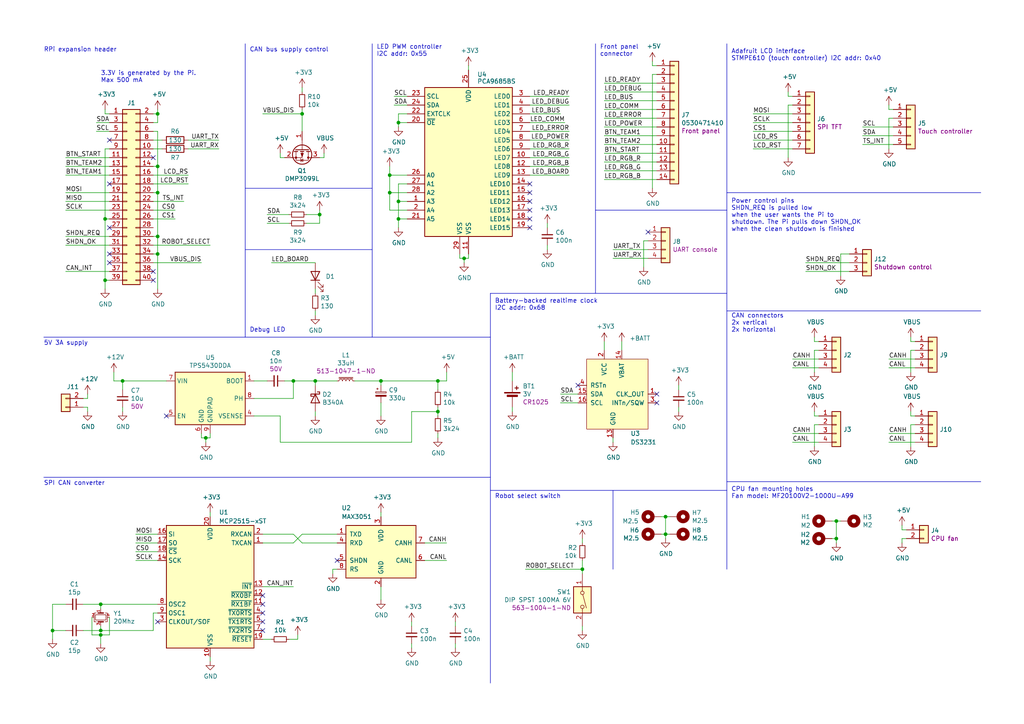
<source format=kicad_sch>
(kicad_sch (version 20230121) (generator eeschema)
  (paper "A4")
  (title_block (title "Raspberry Pi Robot Shield") (date "08 Sep 2020") (rev "RevA") (company "Club Vaudois de Robotique Autonome (cvra.ch)") (comment 1 "Git commit 154dddff4cd11414ec208159d462d67b35f2c54b") (comment 2 "Antoine Albertelli") (comment 3 "Michael Spieler") (comment 4 "CC-BY-SA"))
  (junction (at 92.71 62.23))
  (junction (at 29.21 182.88))
  (junction (at 168.91 165.1))
  (junction (at 30.48 63.5))
  (junction (at 29.21 184.15))
  (junction (at 85.09 110.49))
  (junction (at 115.57 58.42))
  (junction (at 127 110.49))
  (junction (at 134.62 74.93))
  (junction (at 91.44 110.49))
  (junction (at 29.21 175.26))
  (junction (at 242.57 151.13))
  (junction (at 45.72 48.26))
  (junction (at 115.57 63.5))
  (junction (at 193.04 154.94))
  (junction (at 30.48 81.28))
  (junction (at 87.63 33.02))
  (junction (at 15.24 182.88))
  (junction (at 45.72 68.58))
  (junction (at 45.72 73.66))
  (junction (at 35.56 110.49))
  (junction (at 45.72 33.02))
  (junction (at 113.03 55.88))
  (junction (at 242.57 156.21))
  (junction (at 45.72 55.88))
  (junction (at 110.49 110.49))
  (junction (at 115.57 35.56))
  (junction (at 113.03 50.8))
  (junction (at 193.04 149.86))
  (junction (at 127 119.38))
  (junction (at 59.69 127))
  (no_connect (at 31.75 76.2))
  (no_connect (at 153.67 63.5))
  (no_connect (at 76.2 180.34))
  (no_connect (at 76.2 172.72))
  (no_connect (at 31.75 73.66))
  (no_connect (at 190.5 114.3))
  (no_connect (at 153.67 66.04))
  (no_connect (at 31.75 40.64))
  (no_connect (at 167.64 111.76))
  (no_connect (at 190.5 116.84))
  (no_connect (at 153.67 60.96))
  (no_connect (at 76.2 182.88))
  (no_connect (at 97.79 162.56))
  (no_connect (at 44.45 78.74))
  (no_connect (at 31.75 53.34))
  (no_connect (at 44.45 81.28))
  (no_connect (at 76.2 177.8))
  (no_connect (at 44.45 45.72))
  (no_connect (at 153.67 58.42))
  (no_connect (at 187.96 67.31))
  (no_connect (at 45.72 180.34))
  (no_connect (at 153.67 55.88))
  (no_connect (at 153.67 53.34))
  (no_connect (at 76.2 175.26))
  (no_connect (at 31.75 66.04))
  (no_connect (at 48.26 120.65))
  (wire (pts (xy 165.1 45.72) (xy 153.67 45.72)))
  (wire (pts (xy 175.26 101.6) (xy 175.26 99.06)))
  (wire (pts (xy 153.67 27.94) (xy 165.1 27.94)))
  (wire (pts (xy 48.26 110.49) (xy 35.56 110.49)))
  (wire (pts (xy 119.38 119.38) (xy 127 119.38)))
  (wire (pts (xy 127 127) (xy 127 125.73)))
  (wire (pts (xy 168.91 166.37) (xy 168.91 165.1)))
  (wire (pts (xy 189.23 19.05) (xy 189.23 17.78)))
  (wire (pts (xy 264.16 120.65) (xy 264.16 119.38)))
  (wire (pts (xy 25.4 118.11) (xy 25.4 119.38)))
  (wire (pts (xy 165.1 40.64) (xy 153.67 40.64)))
  (wire (pts (xy 76.2 170.18) (xy 85.09 170.18)))
  (wire (pts (xy 175.26 44.45) (xy 190.5 44.45)))
  (wire (pts (xy 175.26 34.29) (xy 190.5 34.29)))
  (wire (pts (xy 115.57 63.5) (xy 115.57 66.04)))
  (wire (pts (xy 189.23 21.59) (xy 190.5 21.59)))
  (wire (pts (xy 196.85 119.38) (xy 196.85 118.11)))
  (wire (pts (xy 175.26 36.83) (xy 190.5 36.83)))
  (wire (pts (xy 218.44 35.56) (xy 229.87 35.56)))
  (wire (pts (xy 44.45 58.42) (xy 53.34 58.42)))
  (wire (pts (xy 229.87 40.64) (xy 218.44 40.64)))
  (wire (pts (xy 44.45 38.1) (xy 45.72 38.1)))
  (wire (pts (xy 15.24 182.88) (xy 15.24 185.42)))
  (wire (pts (xy 118.11 63.5) (xy 115.57 63.5)))
  (polyline (pts (xy 71.12 72.39) (xy 107.95 72.39)))
  (wire (pts (xy 190.5 41.91) (xy 175.26 41.91)))
  (wire (pts (xy 118.11 58.42) (xy 115.57 58.42)))
  (polyline (pts (xy 142.24 97.79) (xy 12.7 97.79)))
  (wire (pts (xy 257.81 34.29) (xy 257.81 43.18)))
  (wire (pts (xy 44.45 35.56) (xy 45.72 35.56)))
  (wire (pts (xy 45.72 35.56) (xy 45.72 33.02)))
  (wire (pts (xy 257.81 128.27) (xy 265.43 128.27)))
  (wire (pts (xy 148.59 107.95) (xy 148.59 110.49)))
  (polyline (pts (xy 142.24 85.09) (xy 142.24 198.12)))
  (wire (pts (xy 257.81 31.75) (xy 257.81 30.48)))
  (wire (pts (xy 114.3 27.94) (xy 118.11 27.94)))
  (wire (pts (xy 87.63 157.48) (xy 97.79 157.48)))
  (wire (pts (xy 196.85 111.76) (xy 196.85 113.03)))
  (wire (pts (xy 54.61 50.8) (xy 44.45 50.8)))
  (wire (pts (xy 175.26 52.07) (xy 190.5 52.07)))
  (wire (pts (xy 60.96 149.86) (xy 60.96 148.59)))
  (wire (pts (xy 97.79 165.1) (xy 96.52 165.1)))
  (wire (pts (xy 110.49 110.49) (xy 110.49 111.76)))
  (wire (pts (xy 175.26 49.53) (xy 190.5 49.53)))
  (wire (pts (xy 236.22 101.6) (xy 236.22 107.95)))
  (wire (pts (xy 127 110.49) (xy 127 113.03)))
  (wire (pts (xy 110.49 170.18) (xy 110.49 173.99)))
  (wire (pts (xy 73.66 120.65) (xy 81.28 120.65)))
  (wire (pts (xy 135.89 74.93) (xy 135.89 73.66)))
  (wire (pts (xy 123.19 157.48) (xy 129.54 157.48)))
  (wire (pts (xy 115.57 58.42) (xy 115.57 63.5)))
  (wire (pts (xy 26.67 184.15) (xy 29.21 184.15)))
  (wire (pts (xy 30.48 43.18) (xy 30.48 63.5)))
  (wire (pts (xy 158.75 72.39) (xy 158.75 71.12)))
  (wire (pts (xy 243.84 73.66) (xy 243.84 80.01)))
  (wire (pts (xy 133.35 73.66) (xy 133.35 74.93)))
  (wire (pts (xy 19.05 71.12) (xy 31.75 71.12)))
  (wire (pts (xy 228.6 45.72) (xy 228.6 30.48)))
  (wire (pts (xy 85.09 154.94) (xy 87.63 157.48)))
  (wire (pts (xy 73.66 110.49) (xy 77.47 110.49)))
  (wire (pts (xy 153.67 43.18) (xy 165.1 43.18)))
  (wire (pts (xy 187.96 69.85) (xy 186.69 69.85)))
  (wire (pts (xy 165.1 30.48) (xy 153.67 30.48)))
  (wire (pts (xy 39.37 154.94) (xy 45.72 154.94)))
  (wire (pts (xy 190.5 19.05) (xy 189.23 19.05)))
  (wire (pts (xy 92.71 64.77) (xy 92.71 62.23)))
  (wire (pts (xy 31.75 58.42) (xy 19.05 58.42)))
  (wire (pts (xy 85.09 115.57) (xy 85.09 110.49)))
  (wire (pts (xy 246.38 73.66) (xy 243.84 73.66)))
  (wire (pts (xy 87.63 154.94) (xy 85.09 157.48)))
  (wire (pts (xy 86.36 185.42) (xy 86.36 184.15)))
  (wire (pts (xy 30.48 33.02) (xy 30.48 31.75)))
  (wire (pts (xy 134.62 76.2) (xy 134.62 74.93)))
  (wire (pts (xy 31.75 33.02) (xy 30.48 33.02)))
  (wire (pts (xy 76.2 157.48) (xy 85.09 157.48)))
  (wire (pts (xy 193.04 149.86) (xy 194.31 149.86)))
  (wire (pts (xy 45.72 33.02) (xy 45.72 31.75)))
  (wire (pts (xy 264.16 123.19) (xy 265.43 123.19)))
  (wire (pts (xy 162.56 114.3) (xy 167.64 114.3)))
  (wire (pts (xy 180.34 101.6) (xy 180.34 99.06)))
  (polyline (pts (xy 177.8 142.24) (xy 177.8 165.1)))
  (wire (pts (xy 228.6 27.94) (xy 228.6 26.67)))
  (polyline (pts (xy 142.24 142.24) (xy 210.82 142.24)))
  (wire (pts (xy 44.45 55.88) (xy 45.72 55.88)))
  (wire (pts (xy 44.45 48.26) (xy 45.72 48.26)))
  (wire (pts (xy 241.3 151.13) (xy 242.57 151.13)))
  (wire (pts (xy 44.45 177.8) (xy 45.72 177.8)))
  (wire (pts (xy 30.48 81.28) (xy 30.48 83.82)))
  (polyline (pts (xy 210.82 139.7) (xy 284.48 139.7)))
  (wire (pts (xy 29.21 184.15) (xy 31.75 184.15)))
  (wire (pts (xy 76.2 154.94) (xy 85.09 154.94)))
  (wire (pts (xy 88.9 62.23) (xy 92.71 62.23)))
  (wire (pts (xy 264.16 101.6) (xy 264.16 107.95)))
  (wire (pts (xy 218.44 38.1) (xy 229.87 38.1)))
  (wire (pts (xy 97.79 154.94) (xy 87.63 154.94)))
  (wire (pts (xy 265.43 101.6) (xy 264.16 101.6)))
  (wire (pts (xy 91.44 90.17) (xy 91.44 91.44)))
  (polyline (pts (xy 142.24 138.43) (xy 12.7 138.43)))
  (wire (pts (xy 118.11 55.88) (xy 113.03 55.88)))
  (wire (pts (xy 193.04 156.21) (xy 193.04 154.94)))
  (wire (pts (xy 193.04 149.86) (xy 193.04 154.94)))
  (wire (pts (xy 44.45 76.2) (xy 58.42 76.2)))
  (wire (pts (xy 31.75 48.26) (xy 19.05 48.26)))
  (wire (pts (xy 134.62 74.93) (xy 135.89 74.93)))
  (wire (pts (xy 259.08 34.29) (xy 257.81 34.29)))
  (wire (pts (xy 127 110.49) (xy 129.54 110.49)))
  (wire (pts (xy 77.47 64.77) (xy 83.82 64.77)))
  (wire (pts (xy 31.75 81.28) (xy 30.48 81.28)))
  (wire (pts (xy 63.5 40.64) (xy 54.61 40.64)))
  (wire (pts (xy 87.63 25.4) (xy 87.63 26.67)))
  (wire (pts (xy 25.4 115.57) (xy 25.4 114.3)))
  (wire (pts (xy 58.42 127) (xy 59.69 127)))
  (wire (pts (xy 158.75 66.04) (xy 158.75 64.77)))
  (wire (pts (xy 110.49 110.49) (xy 127 110.49)))
  (wire (pts (xy 27.94 38.1) (xy 31.75 38.1)))
  (wire (pts (xy 60.96 191.77) (xy 60.96 190.5)))
  (wire (pts (xy 242.57 156.21) (xy 242.57 151.13)))
  (wire (pts (xy 242.57 157.48) (xy 242.57 156.21)))
  (wire (pts (xy 15.24 175.26) (xy 19.05 175.26)))
  (wire (pts (xy 152.4 165.1) (xy 168.91 165.1)))
  (wire (pts (xy 88.9 64.77) (xy 92.71 64.77)))
  (wire (pts (xy 81.28 45.72) (xy 81.28 44.45)))
  (wire (pts (xy 19.05 60.96) (xy 31.75 60.96)))
  (wire (pts (xy 189.23 54.61) (xy 189.23 21.59)))
  (wire (pts (xy 175.26 29.21) (xy 190.5 29.21)))
  (wire (pts (xy 218.44 33.02) (xy 229.87 33.02)))
  (wire (pts (xy 35.56 110.49) (xy 35.56 113.03)))
  (wire (pts (xy 77.47 62.23) (xy 83.82 62.23)))
  (polyline (pts (xy 210.82 90.17) (xy 284.48 90.17)))
  (wire (pts (xy 83.82 185.42) (xy 86.36 185.42)))
  (wire (pts (xy 91.44 83.82) (xy 91.44 85.09)))
  (wire (pts (xy 85.09 110.49) (xy 91.44 110.49)))
  (wire (pts (xy 153.67 33.02) (xy 162.56 33.02)))
  (wire (pts (xy 45.72 157.48) (xy 39.37 157.48)))
  (wire (pts (xy 45.72 73.66) (xy 45.72 83.82)))
  (wire (pts (xy 24.13 175.26) (xy 29.21 175.26)))
  (wire (pts (xy 58.42 125.73) (xy 58.42 127)))
  (wire (pts (xy 265.43 106.68) (xy 257.81 106.68)))
  (wire (pts (xy 257.81 125.73) (xy 265.43 125.73)))
  (wire (pts (xy 119.38 186.69) (xy 119.38 187.96)))
  (wire (pts (xy 76.2 33.02) (xy 87.63 33.02)))
  (wire (pts (xy 148.59 119.38) (xy 148.59 118.11)))
  (wire (pts (xy 233.68 78.74) (xy 246.38 78.74)))
  (wire (pts (xy 236.22 123.19) (xy 237.49 123.19)))
  (wire (pts (xy 85.09 110.49) (xy 82.55 110.49)))
  (wire (pts (xy 27.94 35.56) (xy 31.75 35.56)))
  (wire (pts (xy 175.26 24.13) (xy 190.5 24.13)))
  (wire (pts (xy 24.13 182.88) (xy 29.21 182.88)))
  (wire (pts (xy 168.91 181.61) (xy 168.91 182.88)))
  (wire (pts (xy 31.75 43.18) (xy 30.48 43.18)))
  (wire (pts (xy 110.49 149.86) (xy 110.49 148.59)))
  (wire (pts (xy 19.05 50.8) (xy 31.75 50.8)))
  (wire (pts (xy 45.72 48.26) (xy 45.72 55.88)))
  (wire (pts (xy 261.62 153.67) (xy 261.62 152.4)))
  (wire (pts (xy 82.55 45.72) (xy 81.28 45.72)))
  (wire (pts (xy 153.67 48.26) (xy 165.1 48.26)))
  (wire (pts (xy 193.04 154.94) (xy 191.77 154.94)))
  (wire (pts (xy 15.24 182.88) (xy 15.24 175.26)))
  (wire (pts (xy 118.11 35.56) (xy 115.57 35.56)))
  (polyline (pts (xy 71.12 54.61) (xy 107.95 54.61)))
  (wire (pts (xy 24.13 118.11) (xy 25.4 118.11)))
  (wire (pts (xy 133.35 74.93) (xy 134.62 74.93)))
  (wire (pts (xy 237.49 99.06) (xy 236.22 99.06)))
  (wire (pts (xy 177.8 72.39) (xy 187.96 72.39)))
  (wire (pts (xy 250.19 41.91) (xy 259.08 41.91)))
  (wire (pts (xy 257.81 104.14) (xy 265.43 104.14)))
  (wire (pts (xy 127 119.38) (xy 127 120.65)))
  (wire (pts (xy 44.45 33.02) (xy 45.72 33.02)))
  (wire (pts (xy 33.02 107.95) (xy 33.02 110.49)))
  (wire (pts (xy 45.72 38.1) (xy 45.72 48.26)))
  (wire (pts (xy 29.21 181.61) (xy 29.21 182.88)))
  (wire (pts (xy 91.44 111.76) (xy 91.44 110.49)))
  (wire (pts (xy 237.49 101.6) (xy 236.22 101.6)))
  (wire (pts (xy 31.75 68.58) (xy 19.05 68.58)))
  (wire (pts (xy 175.26 26.67) (xy 190.5 26.67)))
  (wire (pts (xy 39.37 160.02) (xy 45.72 160.02)))
  (wire (pts (xy 153.67 38.1) (xy 165.1 38.1)))
  (wire (pts (xy 19.05 45.72) (xy 31.75 45.72)))
  (wire (pts (xy 76.2 185.42) (xy 78.74 185.42)))
  (wire (pts (xy 44.45 60.96) (xy 50.8 60.96)))
  (wire (pts (xy 259.08 31.75) (xy 257.81 31.75)))
  (wire (pts (xy 229.87 104.14) (xy 237.49 104.14)))
  (wire (pts (xy 96.52 165.1) (xy 96.52 166.37)))
  (wire (pts (xy 191.77 149.86) (xy 193.04 149.86)))
  (wire (pts (xy 59.69 128.27) (xy 59.69 127)))
  (wire (pts (xy 31.75 184.15) (xy 31.75 179.07)))
  (wire (pts (xy 118.11 60.96) (xy 113.03 60.96)))
  (wire (pts (xy 218.44 43.18) (xy 229.87 43.18)))
  (polyline (pts (xy 71.12 97.79) (xy 71.12 12.7)))
  (wire (pts (xy 44.45 182.88) (xy 44.45 177.8)))
  (wire (pts (xy 229.87 27.94) (xy 228.6 27.94)))
  (wire (pts (xy 29.21 175.26) (xy 45.72 175.26)))
  (wire (pts (xy 44.45 73.66) (xy 45.72 73.66)))
  (wire (pts (xy 261.62 156.21) (xy 261.62 157.48)))
  (wire (pts (xy 194.31 154.94) (xy 193.04 154.94)))
  (wire (pts (xy 186.69 69.85) (xy 186.69 77.47)))
  (wire (pts (xy 93.98 45.72) (xy 93.98 44.45)))
  (wire (pts (xy 30.48 63.5) (xy 30.48 81.28)))
  (wire (pts (xy 78.74 76.2) (xy 91.44 76.2)))
  (wire (pts (xy 44.45 43.18) (xy 46.99 43.18)))
  (wire (pts (xy 54.61 43.18) (xy 63.5 43.18)))
  (wire (pts (xy 233.68 76.2) (xy 246.38 76.2)))
  (wire (pts (xy 87.63 33.02) (xy 87.63 38.1)))
  (polyline (pts (xy 210.82 85.09) (xy 142.24 85.09)))
  (wire (pts (xy 168.91 157.48) (xy 168.91 156.21)))
  (wire (pts (xy 81.28 120.65) (xy 81.28 128.27)))
  (wire (pts (xy 60.96 71.12) (xy 44.45 71.12)))
  (wire (pts (xy 73.66 115.57) (xy 85.09 115.57)))
  (wire (pts (xy 264.16 99.06) (xy 264.16 97.79)))
  (wire (pts (xy 92.71 45.72) (xy 93.98 45.72)))
  (wire (pts (xy 135.89 19.05) (xy 135.89 20.32)))
  (wire (pts (xy 163.83 35.56) (xy 153.67 35.56)))
  (wire (pts (xy 265.43 120.65) (xy 264.16 120.65)))
  (wire (pts (xy 33.02 110.49) (xy 35.56 110.49)))
  (wire (pts (xy 31.75 63.5) (xy 30.48 63.5)))
  (wire (pts (xy 19.05 55.88) (xy 31.75 55.88)))
  (wire (pts (xy 44.45 68.58) (xy 45.72 68.58)))
  (wire (pts (xy 115.57 33.02) (xy 115.57 35.56)))
  (wire (pts (xy 175.26 46.99) (xy 190.5 46.99)))
  (wire (pts (xy 113.03 60.96) (xy 113.03 55.88)))
  (wire (pts (xy 132.08 180.34) (xy 132.08 181.61)))
  (wire (pts (xy 153.67 50.8) (xy 165.1 50.8)))
  (wire (pts (xy 19.05 182.88) (xy 15.24 182.88)))
  (wire (pts (xy 132.08 186.69) (xy 132.08 187.96)))
  (polyline (pts (xy 172.72 12.7) (xy 172.72 85.09)))
  (wire (pts (xy 35.56 118.11) (xy 35.56 119.38)))
  (wire (pts (xy 123.19 162.56) (xy 129.54 162.56)))
  (wire (pts (xy 118.11 33.02) (xy 115.57 33.02)))
  (wire (pts (xy 177.8 127) (xy 177.8 128.27)))
  (wire (pts (xy 264.16 123.19) (xy 264.16 129.54)))
  (wire (pts (xy 26.67 179.07) (xy 26.67 184.15)))
  (wire (pts (xy 29.21 182.88) (xy 44.45 182.88)))
  (wire (pts (xy 119.38 180.34) (xy 119.38 181.61)))
  (wire (pts (xy 229.87 128.27) (xy 237.49 128.27)))
  (wire (pts (xy 250.19 36.83) (xy 259.08 36.83)))
  (wire (pts (xy 187.96 74.93) (xy 177.8 74.93)))
  (polyline (pts (xy 210.82 12.7) (xy 210.82 165.1)))
  (wire (pts (xy 19.05 78.74) (xy 31.75 78.74)))
  (wire (pts (xy 92.71 62.23) (xy 92.71 60.96)))
  (wire (pts (xy 118.11 50.8) (xy 113.03 50.8)))
  (wire (pts (xy 237.49 120.65) (xy 236.22 120.65)))
  (wire (pts (xy 39.37 162.56) (xy 45.72 162.56)))
  (wire (pts (xy 229.87 125.73) (xy 237.49 125.73)))
  (wire (pts (xy 29.21 176.53) (xy 29.21 175.26)))
  (wire (pts (xy 168.91 165.1) (xy 168.91 162.56)))
  (polyline (pts (xy 107.95 12.7) (xy 107.95 97.79)))
  (polyline (pts (xy 210.82 55.88) (xy 284.48 55.88)))
  (wire (pts (xy 242.57 151.13) (xy 243.84 151.13)))
  (wire (pts (xy 44.45 53.34) (xy 54.61 53.34)))
  (wire (pts (xy 114.3 30.48) (xy 118.11 30.48)))
  (wire (pts (xy 113.03 50.8) (xy 113.03 48.26)))
  (wire (pts (xy 265.43 99.06) (xy 264.16 99.06)))
  (wire (pts (xy 162.56 116.84) (xy 167.64 116.84)))
  (wire (pts (xy 236.22 99.06) (xy 236.22 97.79)))
  (wire (pts (xy 262.89 153.67) (xy 261.62 153.67)))
  (wire (pts (xy 115.57 53.34) (xy 115.57 58.42)))
  (wire (pts (xy 129.54 110.49) (xy 129.54 107.95)))
  (wire (pts (xy 59.69 127) (xy 60.96 127)))
  (wire (pts (xy 113.03 55.88) (xy 113.03 50.8)))
  (wire (pts (xy 262.89 156.21) (xy 261.62 156.21)))
  (wire (pts (xy 91.44 110.49) (xy 97.79 110.49)))
  (wire (pts (xy 45.72 68.58) (xy 45.72 73.66)))
  (wire (pts (xy 102.87 110.49) (xy 110.49 110.49)))
  (wire (pts (xy 24.13 115.57) (xy 25.4 115.57)))
  (wire (pts (xy 60.96 125.73) (xy 60.96 127)))
  (wire (pts (xy 241.3 156.21) (xy 242.57 156.21)))
  (wire (pts (xy 236.22 120.65) (xy 236.22 119.38)))
  (wire (pts (xy 175.26 39.37) (xy 190.5 39.37)))
  (wire (pts (xy 175.26 31.75) (xy 190.5 31.75)))
  (wire (pts (xy 44.45 40.64) (xy 46.99 40.64)))
  (wire (pts (xy 127 118.11) (xy 127 119.38)))
  (wire (pts (xy 236.22 123.19) (xy 236.22 129.54)))
  (wire (pts (xy 237.49 106.68) (xy 229.87 106.68)))
  (wire (pts (xy 81.28 128.27) (xy 119.38 128.27)))
  (wire (pts (xy 110.49 116.84) (xy 110.49 120.65)))
  (wire (pts (xy 259.08 39.37) (xy 250.19 39.37)))
  (wire (pts (xy 91.44 119.38) (xy 91.44 120.65)))
  (wire (pts (xy 119.38 128.27) (xy 119.38 119.38)))
  (wire (pts (xy 45.72 55.88) (xy 45.72 68.58)))
  (wire (pts (xy 87.63 33.02) (xy 87.63 31.75)))
  (wire (pts (xy 29.21 184.15) (xy 29.21 186.69)))
  (wire (pts (xy 50.8 63.5) (xy 44.45 63.5)))
  (wire (pts (xy 115.57 35.56) (xy 115.57 36.83)))
  (wire (pts (xy 228.6 30.48) (xy 229.87 30.48)))
  (polyline (pts (xy 210.82 60.96) (xy 172.72 60.96)))
  (wire (pts (xy 118.11 53.34) (xy 115.57 53.34)))
  (text "Robot select switch" (at 143.51 144.78 0) (effects (font (size 1.27 1.27)) (justify left bottom)))
  (text "CPU fan mounting holes\nFan model: MF20100V2-1000U-A99" (at 212.09 144.78 0) (effects (font (size 1.27 1.27)) (justify left bottom)))
  (text "CAN bus supply control\n" (at 72.39 15.24 0) (effects (font (size 1.27 1.27)) (justify left bottom)))
  (text "Battery-backed realtime clock\nI2C addr: 0x68\n" (at 143.51 90.17 0) (effects (font (size 1.27 1.27)) (justify left bottom)))
  (text "CAN connectors\n2x vertical\n2x horizontal" (at 212.09 96.52 0) (effects (font (size 1.27 1.27)) (justify left bottom)))
  (text "Power control pins\nSHDN_REQ is pulled low\nwhen the user wants the Pi to\nshutdown. The Pi pulls down SHDN_OK\nwhen the clean shutdown is finished" (at 212.09 67.31 0) (effects (font (size 1.27 1.27)) (justify left bottom)))
  (text "5V 3A supply" (at 12.7 100.33 0) (effects (font (size 1.27 1.27)) (justify left bottom)))
  (text "Adafruit LCD interface\nSTMPE610 (touch controller) I2C addr: 0x40" (at 212.09 17.78 0) (effects (font (size 1.27 1.27)) (justify left bottom)))
  (text "Front panel\nconnector\n" (at 173.99 16.51 0) (effects (font (size 1.27 1.27)) (justify left bottom)))
  (text "Debug LED\n" (at 72.39 96.52 0) (effects (font (size 1.27 1.27)) (justify left bottom)))
  (text "LED PWM controller\nI2C addr: 0x55" (at 109.22 16.51 0) (effects (font (size 1.27 1.27)) (justify left bottom)))
  (text "3.3V is generated by the Pi.\nMax 500 mA" (at 29.21 24.13 0) (effects (font (size 1.27 1.27)) (justify left bottom)))
  (text "RPi expansion header" (at 12.7 15.24 0) (effects (font (size 1.27 1.27)) (justify left bottom)))
  (text "SPI CAN converter" (at 12.7 140.97 0) (effects (font (size 1.27 1.27)) (justify left bottom)))
  (label "SCLK" (at 218.44 35.56 0))
  (label "LED_COMM" (at 175.26 31.75 0))
  (label "SDA" (at 162.56 114.3 0))
  (label "CANL" (at 257.81 106.68 0))
  (label "TS_INT" (at 250.19 41.91 0))
  (label "SHDN_REQ" (at 19.05 68.58 0))
  (label "VBUS_DIS" (at 58.42 76.2 180))
  (label "CS1" (at 218.44 38.1 0))
  (label "UART_RX" (at 177.8 74.93 0))
  (label "LED_ERROR" (at 165.1 38.1 180))
  (label "CS1" (at 50.8 63.5 180))
  (label "CS0" (at 39.37 160.02 0))
  (label "LED_RGB_B" (at 175.26 52.07 0))
  (label "SHDN_OK" (at 19.05 71.12 0))
  (label "LED_BOARD" (at 165.1 50.8 180))
  (label "LED_RGB_R" (at 175.26 46.99 0))
  (label "LED_BOARD" (at 78.74 76.2 0))
  (label "BTN_TEAM2" (at 19.05 48.26 0))
  (label "UART_RX" (at 63.5 43.18 180))
  (label "CS0" (at 50.8 60.96 180))
  (label "LED_READY" (at 165.1 27.94 180))
  (label "LED_RGB_G" (at 175.26 49.53 0))
  (label "VBUS_DIS" (at 76.2 33.02 0))
  (label "MISO" (at 19.05 58.42 0))
  (label "LED_DEBUG" (at 175.26 26.67 0))
  (label "BTN_START" (at 19.05 45.72 0))
  (label "LED_COMM" (at 163.83 35.56 180))
  (label "SDA" (at 27.94 35.56 0))
  (label "SCL" (at 77.47 64.77 0))
  (label "CANH" (at 229.87 104.14 0))
  (label "LED_POWER" (at 165.1 40.64 180))
  (label "CANH" (at 257.81 104.14 0))
  (label "MOSI" (at 39.37 154.94 0))
  (label "LED_ERROR" (at 175.26 34.29 0))
  (label "LED_RGB_B" (at 165.1 48.26 180))
  (label "CANH" (at 129.54 157.48 180))
  (label "LCD_RS" (at 54.61 50.8 180))
  (label "LED_DEBUG" (at 165.1 30.48 180))
  (label "MOSI" (at 218.44 33.02 0))
  (label "SCL" (at 114.3 27.94 0))
  (label "CANH" (at 229.87 125.73 0))
  (label "LED_READY" (at 175.26 24.13 0))
  (label "UART_TX" (at 177.8 72.39 0))
  (label "SCL" (at 250.19 36.83 0))
  (label "LED_RGB_R" (at 165.1 43.18 180))
  (label "SDA" (at 77.47 62.23 0))
  (label "TS_INT" (at 53.34 58.42 180))
  (label "CANL" (at 229.87 106.68 0))
  (label "LED_BUS" (at 162.56 33.02 180))
  (label "BTN_TEAM1" (at 19.05 50.8 0))
  (label "CANH" (at 257.81 125.73 0))
  (label "BTN_TEAM1" (at 175.26 39.37 0))
  (label "SHDN_OK" (at 233.68 78.74 0))
  (label "SCL" (at 27.94 38.1 0))
  (label "LCD_RST" (at 218.44 43.18 0))
  (label "CANL" (at 229.87 128.27 0))
  (label "SCLK" (at 19.05 60.96 0))
  (label "MISO" (at 39.37 157.48 0))
  (label "ROBOT_SELECT" (at 60.96 71.12 180))
  (label "LED_RGB_G" (at 165.1 45.72 180))
  (label "BTN_TEAM2" (at 175.26 41.91 0))
  (label "SDA" (at 250.19 39.37 0))
  (label "ROBOT_SELECT" (at 152.4 165.1 0))
  (label "CANL" (at 129.54 162.56 180))
  (label "CAN_INT" (at 19.05 78.74 0))
  (label "MOSI" (at 19.05 55.88 0))
  (label "SHDN_REQ" (at 233.68 76.2 0))
  (label "CANL" (at 257.81 128.27 0))
  (label "LCD_RS" (at 218.44 40.64 0))
  (label "LED_POWER" (at 175.26 36.83 0))
  (label "SDA" (at 114.3 30.48 0))
  (label "UART_TX" (at 63.5 40.64 180))
  (label "LCD_RST" (at 54.61 53.34 180))
  (label "SCLK" (at 39.37 162.56 0))
  (label "CAN_INT" (at 85.09 170.18 180))
  (label "SCL" (at 162.56 116.84 0))
  (label "BTN_START" (at 175.26 44.45 0))
  (label "LED_BUS" (at 175.26 29.21 0))
  (symbol (lib_id "Connector_Generic:Conn_02x20_Odd_Even") (at 36.83 55.88 0) (unit 1)
    (property "Reference" "J1" (at 38.1 29.845 0))
    (property "Value" "Conn_02x20_Odd_Even" (effects hide))
    (property "Footprint" "Connector_PinSocket_2.54mm:PinSocket_2x20_P2.54mm_Vertical" (effects hide))
    (property "digikey#" "1568-1462-ND" (effects hide))
  )
  (symbol (lib_id "power:+5V") (at 45.72 31.75 0) (unit 1)
    (property "Reference" "#PWR03" (effects hide))
    (property "Value" "+5V" (at 46.101 27.3558 0))
  )
  (symbol (lib_id "Interface_CAN_LIN:MCP2515-xST") (at 60.96 170.18 0) (unit 1)
    (property "Reference" "U1" (at 63.5 148.59 0) (effects (justify left)))
    (property "Value" "MCP2515-xST" (at 63.5 151.13 0) (effects (justify left)))
    (property "Footprint" "Package_SO:TSSOP-20_4.4x6.5mm_P0.65mm" (effects hide))
    (property "Datasheet" "http://ww1.microchip.com/downloads/en/DeviceDoc/21801e.pdf" (effects hide))
    (property "digikey#" "MCP2515T-I/STCT-ND" (effects hide))
  )
  (symbol (lib_id "Device:C_Small") (at 21.59 175.26 270) (unit 1)
    (property "Reference" "C1" (at 21.59 169.4434 90))
    (property "Value" "15p" (at 21.59 171.7548 90))
    (property "Footprint" "Capacitor_SMD:C_0805_2012Metric_Pad1.15x1.40mm_HandSolder" (effects hide))
    (property "digikey#" "399-17621-1-ND" (effects hide))
  )
  (symbol (lib_id "Device:C_Small") (at 21.59 182.88 270) (unit 1)
    (property "Reference" "C2" (at 21.59 186.3598 90))
    (property "Value" "15p" (at 21.59 188.6712 90))
    (property "Footprint" "Capacitor_SMD:C_0805_2012Metric_Pad1.15x1.40mm_HandSolder" (effects hide))
  )
  (symbol (lib_id "power:GND") (at 15.24 185.42 0) (unit 1)
    (property "Reference" "#PWR01" (effects hide))
    (property "Value" "GND" (at 15.367 189.8142 0))
  )
  (symbol (lib_id "Device:R_Small") (at 81.28 185.42 270) (unit 1)
    (property "Reference" "R1" (at 81.28 180.4416 90))
    (property "Value" "10k" (at 81.28 182.753 90))
    (property "Footprint" "Resistor_SMD:R_0603_1608Metric" (effects hide))
  )
  (symbol (lib_id "power:+3V3") (at 86.36 184.15 0) (unit 1)
    (property "Reference" "#PWR07" (effects hide))
    (property "Value" "+3V3" (at 86.741 179.7558 0))
  )
  (symbol (lib_id "Interface_UART:MAX3051") (at 110.49 160.02 0) (unit 1)
    (property "Reference" "U2" (at 99.06 147.32 0) (effects (justify left)))
    (property "Value" "MAX3051" (at 99.06 149.86 0) (effects (justify left)))
    (property "Footprint" "Package_TO_SOT_SMD:SOT-23-8_Handsoldering" (effects hide))
    (property "Datasheet" "http://datasheets.maximintegrated.com/en/ds/MAX3051.pdf" (effects hide))
    (property "digikey#" "MAX3051EKA+TCT-ND" (effects hide))
  )
  (symbol (lib_id "power:GND") (at 110.49 173.99 0) (unit 1)
    (property "Reference" "#PWR012" (effects hide))
    (property "Value" "GND" (at 110.617 178.3842 0))
  )
  (symbol (lib_id "power:+3V3") (at 110.49 148.59 0) (unit 1)
    (property "Reference" "#PWR011" (effects hide))
    (property "Value" "+3V3" (at 110.871 144.1958 0))
  )
  (symbol (lib_id "Connector_Generic:Conn_01x04") (at 242.57 101.6 0) (unit 1)
    (property "Reference" "J2" (at 244.602 102.9716 0) (effects (justify left)))
    (property "Value" "Conn_01x04" (effects hide))
    (property "Footprint" "Connector_Molex:Molex_PicoBlade_53398-0471_1x04-1MP_P1.25mm_Vertical" (effects hide))
    (property "digikey#" "WM7608CT-ND" (effects hide))
  )
  (symbol (lib_id "power:+3V3") (at 60.96 148.59 0) (unit 1)
    (property "Reference" "#PWR05" (effects hide))
    (property "Value" "+3V3" (at 61.341 144.1958 0))
  )
  (symbol (lib_id "power:GND") (at 60.96 191.77 0) (unit 1)
    (property "Reference" "#PWR06" (effects hide))
    (property "Value" "GND" (at 61.087 196.1642 0))
  )
  (symbol (lib_id "Device:C_Small") (at 132.08 184.15 0) (unit 1)
    (property "Reference" "C4" (at 134.4168 182.9816 0) (effects (justify left)))
    (property "Value" "100n" (at 134.4168 185.293 0) (effects (justify left)))
    (property "Footprint" "Capacitor_SMD:C_0805_2012Metric_Pad1.15x1.40mm_HandSolder" (effects hide))
  )
  (symbol (lib_id "power:+3V3") (at 132.08 180.34 0) (unit 1)
    (property "Reference" "#PWR013" (effects hide))
    (property "Value" "+3V3" (at 132.461 175.9458 0))
  )
  (symbol (lib_id "power:GND") (at 132.08 187.96 0) (unit 1)
    (property "Reference" "#PWR014" (effects hide))
    (property "Value" "GND" (at 132.207 192.3542 0))
  )
  (symbol (lib_id "Device:C_Small") (at 119.38 184.15 0) (unit 1)
    (property "Reference" "C3" (at 121.7168 182.9816 0) (effects (justify left)))
    (property "Value" "100n" (at 121.7168 185.293 0) (effects (justify left)))
    (property "Footprint" "Capacitor_SMD:C_0805_2012Metric_Pad1.15x1.40mm_HandSolder" (effects hide))
    (property "digikey#" "399-1169-1-ND" (effects hide))
  )
  (symbol (lib_id "power:+3V3") (at 119.38 180.34 0) (unit 1)
    (property "Reference" "#PWR09" (effects hide))
    (property "Value" "+3V3" (at 119.761 175.9458 0))
  )
  (symbol (lib_id "power:GND") (at 119.38 187.96 0) (unit 1)
    (property "Reference" "#PWR010" (effects hide))
    (property "Value" "GND" (at 119.507 192.3542 0))
  )
  (symbol (lib_id "Connector_Generic:Conn_01x14") (at 195.58 34.29 0) (unit 1)
    (property "Reference" "J7" (at 197.612 33.3502 0) (effects (justify left)))
    (property "Value" "0530471410" (at 197.612 35.6616 0) (effects (justify left)))
    (property "Footprint" "Connector_Molex:Molex_PicoBlade_53048-1410_1x14_P1.25mm_Horizontal" (effects hide))
    (property "descr" "Front panel" (at 197.612 37.973 0) (effects (justify left)))
    (property "digikey#" "WM17004-ND" (effects hide))
  )
  (symbol (lib_id "power:+5V") (at 189.23 17.78 0) (unit 1)
    (property "Reference" "#PWR044" (effects hide))
    (property "Value" "+5V" (at 189.611 13.3858 0))
  )
  (symbol (lib_id "power:GND") (at 189.23 54.61 0) (unit 1)
    (property "Reference" "#PWR045" (effects hide))
    (property "Value" "GND" (at 189.357 59.0042 0))
  )
  (symbol (lib_id "Connector_Generic:Conn_01x04") (at 242.57 123.19 0) (unit 1)
    (property "Reference" "J3" (at 244.602 124.5616 0) (effects (justify left)))
    (property "Value" "Conn_01x04" (effects hide))
    (property "Footprint" "Connector_Molex:Molex_PicoBlade_53398-0471_1x04-1MP_P1.25mm_Vertical" (effects hide))
  )
  (symbol (lib_id "power:GND") (at 236.22 129.54 0) (unit 1)
    (property "Reference" "#PWR019" (effects hide))
    (property "Value" "GND" (at 236.347 133.9342 0))
  )
  (symbol (lib_id "Driver_LED:PCA9685BS") (at 135.89 45.72 0) (unit 1)
    (property "Reference" "U4" (at 138.43 21.59 0) (effects (justify left)))
    (property "Value" "PCA9685BS" (at 138.43 22.86 0) (effects (justify left top)))
    (property "Footprint" "Package_DFN_QFN:QFN-28-1EP_6x6mm_P0.65mm_EP4.25x4.25mm" (effects hide))
    (property "Datasheet" "http://www.nxp.com/documents/data_sheet/PCA9685.pdf" (effects hide))
    (property "digikey#" "568-5305-1-ND" (effects hide))
  )
  (symbol (lib_id "power:GND") (at 134.62 76.2 0) (unit 1)
    (property "Reference" "#PWR026" (effects hide))
    (property "Value" "GND" (at 134.747 80.5942 0))
  )
  (symbol (lib_id "power:GND") (at 115.57 36.83 0) (unit 1)
    (property "Reference" "#PWR021" (effects hide))
    (property "Value" "GND" (at 115.697 41.2242 0))
  )
  (symbol (lib_id "pi-shield-rescue:+3.3V-power") (at 135.89 19.05 0) (unit 1)
    (property "Reference" "#PWR027" (effects hide))
    (property "Value" "+3.3V" (at 136.271 14.6558 0))
  )
  (symbol (lib_id "pi-shield-rescue:+3.3V-power") (at 158.75 64.77 0) (unit 1)
    (property "Reference" "#PWR036" (effects hide))
    (property "Value" "+3.3V" (at 159.131 60.3758 0))
  )
  (symbol (lib_id "Device:C_Small") (at 158.75 68.58 0) (unit 1)
    (property "Reference" "C6" (at 161.0868 67.4116 0) (effects (justify left)))
    (property "Value" "100n" (at 161.0868 69.723 0) (effects (justify left)))
    (property "Footprint" "Capacitor_SMD:C_0805_2012Metric_Pad1.15x1.40mm_HandSolder" (effects hide))
  )
  (symbol (lib_id "power:GND") (at 158.75 72.39 0) (unit 1)
    (property "Reference" "#PWR037" (effects hide))
    (property "Value" "GND" (at 158.877 76.7842 0))
  )
  (symbol (lib_id "Regulator_Switching:TPS5430DDA") (at 60.96 115.57 0) (unit 1)
    (property "Reference" "U5" (at 60.96 103.7082 0))
    (property "Value" "TPS5430DDA" (at 60.96 106.0196 0))
    (property "Footprint" "Package_SO:TI_SO-PowerPAD-8_ThermalVias" (effects hide))
    (property "Datasheet" "http://www.ti.com/lit/ds/symlink/tps5430.pdf" (effects hide))
    (property "digikey#" "296-35990-1-ND" (effects hide))
  )
  (symbol (lib_id "power:GND") (at 115.57 66.04 0) (unit 1)
    (property "Reference" "#PWR022" (effects hide))
    (property "Value" "GND" (at 115.697 70.4342 0))
  )
  (symbol (lib_id "pi-shield-rescue:+3.3V-power") (at 113.03 48.26 0) (unit 1)
    (property "Reference" "#PWR020" (effects hide))
    (property "Value" "+3.3V" (at 113.411 43.8658 0))
  )
  (symbol (lib_id "Device:Crystal_GND24_Small") (at 29.21 179.07 270) (unit 1)
    (property "Reference" "Y1" (at 32.8676 177.9016 90) (effects (justify left)))
    (property "Value" "20Mhz" (at 32.8676 180.213 90) (effects (justify left)))
    (property "Footprint" "Crystal:Crystal_SMD_Abracon_ABM3C-4Pin_5.0x3.2mm" (effects hide))
    (property "digikey#" "535-11292-1-ND" (effects hide))
  )
  (symbol (lib_id "Device:C_Small") (at 35.56 115.57 0) (unit 1)
    (property "Reference" "C7" (at 37.8968 113.2586 0) (effects (justify left)))
    (property "Value" "10u" (at 37.8968 115.57 0) (effects (justify left)))
    (property "Footprint" "Capacitor_SMD:C_2220_5650Metric_Pad1.97x5.40mm_HandSolder" (effects hide))
    (property "voltage" "50V" (at 37.8968 117.8814 0) (effects (justify left)))
    (property "digikey#" "445-3492-1-ND" (effects hide))
  )
  (symbol (lib_id "power:GND") (at 29.21 186.69 0) (unit 1)
    (property "Reference" "#PWR017" (effects hide))
    (property "Value" "GND" (at 29.337 191.0842 0))
  )
  (symbol (lib_id "Connector_Generic:Conn_01x02") (at 19.05 118.11 180) (unit 1)
    (property "Reference" "J11" (at 21.1328 112.1918 0))
    (property "Value" "0530470210" (effects hide))
    (property "Footprint" "Connector_Molex:Molex_PicoBlade_53398-0271_1x02-1MP_P1.25mm_Vertical" (effects hide))
    (property "digikey#" "WM7606CT-ND" (effects hide))
  )
  (symbol (lib_id "power:GND") (at 35.56 119.38 0) (unit 1)
    (property "Reference" "#PWR0102" (effects hide))
    (property "Value" "GND" (at 35.687 123.7742 0))
  )
  (symbol (lib_id "Mechanical:MountingHole_Pad") (at 189.23 149.86 90) (unit 1)
    (property "Reference" "H5" (at 184.15 148.59 90))
    (property "Value" "M2.5" (at 182.88 151.13 90))
    (property "Footprint" "MountingHole:MountingHole_2.7mm_M2.5_Pad_Via" (effects hide))
  )
  (symbol (lib_id "Mechanical:MountingHole_Pad") (at 189.23 154.94 90) (unit 1)
    (property "Reference" "H6" (at 185.42 153.7716 90) (effects (justify left)))
    (property "Value" "M2.5" (at 185.42 156.083 90) (effects (justify left)))
    (property "Footprint" "MountingHole:MountingHole_2.7mm_M2.5_Pad_Via" (effects hide))
  )
  (symbol (lib_id "Mechanical:MountingHole_Pad") (at 196.85 149.86 270) (unit 1)
    (property "Reference" "H7" (at 200.66 148.6916 90) (effects (justify left)))
    (property "Value" "M2.5" (at 200.66 151.003 90) (effects (justify left)))
    (property "Footprint" "MountingHole:MountingHole_2.7mm_M2.5_Pad_Via" (effects hide))
  )
  (symbol (lib_id "Mechanical:MountingHole_Pad") (at 196.85 154.94 270) (unit 1)
    (property "Reference" "H8" (at 200.66 153.7716 90) (effects (justify left)))
    (property "Value" "M2.5" (at 200.66 156.083 90) (effects (justify left)))
    (property "Footprint" "MountingHole:MountingHole_2.7mm_M2.5_Pad_Via" (effects hide))
  )
  (symbol (lib_id "power:GND") (at 59.69 128.27 0) (unit 1)
    (property "Reference" "#PWR0103" (effects hide))
    (property "Value" "GND" (at 59.817 132.6642 0))
  )
  (symbol (lib_id "Connector_Generic:Conn_01x02") (at 267.97 153.67 0) (unit 1)
    (property "Reference" "J4" (at 270.002 153.8732 0) (effects (justify left)))
    (property "Value" "0530470210" (effects hide))
    (property "Footprint" "Connector_Molex:Molex_PicoBlade_53047-0210_1x02_P1.25mm_Vertical" (effects hide))
    (property "digikey#" "WM1731-ND" (effects hide))
    (property "descr" "CPU fan" (at 270.002 156.1846 0) (effects (justify left)))
  )
  (symbol (lib_id "power:+5V") (at 261.62 152.4 0) (unit 1)
    (property "Reference" "#PWR038" (effects hide))
    (property "Value" "+5V" (at 262.001 148.0058 0))
  )
  (symbol (lib_id "power:GND") (at 261.62 157.48 0) (unit 1)
    (property "Reference" "#PWR039" (effects hide))
    (property "Value" "GND" (at 261.747 161.8742 0))
  )
  (symbol (lib_id "power:+12V") (at 25.4 114.3 0) (unit 1)
    (property "Reference" "#PWR0111" (effects hide))
    (property "Value" "+12V" (at 25.781 109.9058 0))
  )
  (symbol (lib_id "power:GND") (at 193.04 156.21 0) (unit 1)
    (property "Reference" "#PWR0101" (effects hide))
    (property "Value" "GND" (at 193.167 160.6042 0))
  )
  (symbol (lib_id "Switch:SW_DIP_x01") (at 168.91 173.99 270) (unit 1)
    (property "Reference" "SW1" (at 165.6334 171.6786 90) (effects (justify right)))
    (property "Value" "DIP SPST 100MA 6V" (at 165.6334 173.99 90) (effects (justify right)))
    (property "Footprint" "Button_Switch_SMD:SW_DIP_SPSTx01_Slide_Copal_CHS-01B_W7.62mm_P1.27mm" (effects hide))
    (property "digikey#" "563-1004-1-ND" (at 165.6334 176.3014 90) (effects (justify right)))
  )
  (symbol (lib_id "power:GND") (at 25.4 119.38 0) (unit 1)
    (property "Reference" "#PWR0112" (effects hide))
    (property "Value" "GND" (at 25.527 123.7742 0))
  )
  (symbol (lib_id "power:GND") (at 168.91 182.88 0) (unit 1)
    (property "Reference" "#PWR018" (effects hide))
    (property "Value" "GND" (at 169.037 187.2742 0))
  )
  (symbol (lib_id "Device:C_Small") (at 80.01 110.49 270) (unit 1)
    (property "Reference" "C8" (at 80.01 102.3874 90))
    (property "Value" "10n" (at 80.01 104.6988 90))
    (property "Footprint" "Capacitor_SMD:C_0603_1608Metric_Pad1.05x0.95mm_HandSolder" (effects hide))
    (property "voltage" "50V" (at 80.01 107.0102 90))
    (property "digikey#" "399-7842-1-ND" (effects hide))
  )
  (symbol (lib_id "Device:R_Small") (at 168.91 160.02 0) (unit 1)
    (property "Reference" "R2" (at 167.4114 158.8516 0) (effects (justify right)))
    (property "Value" "10k" (at 167.4114 161.163 0) (effects (justify right)))
    (property "Footprint" "Resistor_SMD:R_0603_1608Metric" (effects hide))
  )
  (symbol (lib_id "pi-shield-rescue:+3.3V-power") (at 168.91 156.21 0) (unit 1)
    (property "Reference" "#PWR015" (effects hide))
    (property "Value" "+3.3V" (at 169.291 151.8158 0))
  )
  (symbol (lib_id "Device:D_Schottky") (at 91.44 115.57 270) (unit 1)
    (property "Reference" "D2" (at 93.472 114.4016 90) (effects (justify left)))
    (property "Value" "B340A" (at 93.472 116.713 90) (effects (justify left)))
    (property "Footprint" "Diode_SMD:D_SMA" (effects hide))
    (property "digikey#" "B340A-E3/61TGICT-ND" (effects hide))
  )
  (symbol (lib_id "power:GND") (at 30.48 83.82 0) (unit 1)
    (property "Reference" "#PWR02" (effects hide))
    (property "Value" "GND" (at 30.607 88.2142 0))
  )
  (symbol (lib_id "power:GND") (at 91.44 120.65 0) (unit 1)
    (property "Reference" "#PWR0104" (effects hide))
    (property "Value" "GND" (at 91.567 125.0442 0))
  )
  (symbol (lib_id "pi-shield-rescue:L_Core_Iron_Small-Device") (at 100.33 110.49 90) (unit 1)
    (property "Reference" "L1" (at 100.33 102.997 90))
    (property "Value" "33uH" (at 100.33 105.3084 90))
    (property "Footprint" "pi-shield:DR127" (effects hide))
    (property "digikey#" "513-1047-1-ND" (at 100.33 107.6198 90))
  )
  (symbol (lib_id "pi-shield-rescue:CP_Small-Device") (at 110.49 114.3 0) (unit 1)
    (property "Reference" "C9" (at 112.7252 113.1316 0) (effects (justify left)))
    (property "Value" "330u" (at 112.7252 115.443 0) (effects (justify left)))
    (property "Footprint" "Capacitor_Tantalum_SMD:CP_EIA-7343-30_AVX-N_Pad2.25x2.55mm_HandSolder" (effects hide))
    (property "voltage" "6.3V" (effects hide))
    (property "digikey#" "478-4114-1-ND" (effects hide))
  )
  (symbol (lib_id "power:GND") (at 110.49 120.65 0) (unit 1)
    (property "Reference" "#PWR0105" (effects hide))
    (property "Value" "GND" (at 110.617 125.0442 0))
  )
  (symbol (lib_id "power:GND") (at 236.22 107.95 0) (unit 1)
    (property "Reference" "#PWR034" (effects hide))
    (property "Value" "GND" (at 236.347 112.3442 0))
  )
  (symbol (lib_id "power:VBUS") (at 236.22 97.79 0) (unit 1)
    (property "Reference" "#PWR031" (effects hide))
    (property "Value" "VBUS" (at 236.601 93.3958 0))
  )
  (symbol (lib_id "power:VBUS") (at 236.22 119.38 0) (unit 1)
    (property "Reference" "#PWR035" (effects hide))
    (property "Value" "VBUS" (at 236.601 114.9858 0))
  )
  (symbol (lib_id "Device:R_Small") (at 127 115.57 0) (unit 1)
    (property "Reference" "R4" (at 128.4986 114.4016 0) (effects (justify left)))
    (property "Value" "10k" (at 128.4986 116.713 0) (effects (justify left)))
    (property "Footprint" "Resistor_SMD:R_0603_1608Metric" (effects hide))
  )
  (symbol (lib_id "Device:R_Small") (at 127 123.19 0) (unit 1)
    (property "Reference" "R5" (at 128.4986 122.0216 0) (effects (justify left)))
    (property "Value" "3k24" (at 128.4986 124.333 0) (effects (justify left)))
    (property "Footprint" "Resistor_SMD:R_0603_1608Metric" (effects hide))
    (property "digikey#" "311-3.24KHRCT-ND" (effects hide))
  )
  (symbol (lib_id "power:GND") (at 127 127 0) (unit 1)
    (property "Reference" "#PWR0106" (effects hide))
    (property "Value" "GND" (at 127.127 131.3942 0))
  )
  (symbol (lib_id "Connector_Generic:Conn_01x04") (at 270.51 123.19 0) (unit 1)
    (property "Reference" "J10" (at 272.542 124.5616 0) (effects (justify left)))
    (property "Value" "Conn_01x04" (effects hide))
    (property "Footprint" "Connector_Molex:Molex_PicoBlade_53261-0471_1x04-1MP_P1.25mm_Horizontal" (effects hide))
  )
  (symbol (lib_id "power:GND") (at 264.16 129.54 0) (unit 1)
    (property "Reference" "#PWR050" (effects hide))
    (property "Value" "GND" (at 264.287 133.9342 0))
  )
  (symbol (lib_id "Connector_Generic:Conn_01x04") (at 270.51 101.6 0) (unit 1)
    (property "Reference" "J9" (at 272.542 102.9716 0) (effects (justify left)))
    (property "Value" "Conn_01x04" (effects hide))
    (property "Footprint" "Connector_Molex:Molex_PicoBlade_53261-0471_1x04-1MP_P1.25mm_Horizontal" (effects hide))
  )
  (symbol (lib_id "power:GND") (at 264.16 107.95 0) (unit 1)
    (property "Reference" "#PWR048" (effects hide))
    (property "Value" "GND" (at 264.287 112.3442 0))
  )
  (symbol (lib_id "power:VBUS") (at 264.16 97.79 0) (unit 1)
    (property "Reference" "#PWR047" (effects hide))
    (property "Value" "VBUS" (at 264.541 93.3958 0))
  )
  (symbol (lib_id "power:VBUS") (at 264.16 119.38 0) (unit 1)
    (property "Reference" "#PWR049" (effects hide))
    (property "Value" "VBUS" (at 264.541 114.9858 0))
  )
  (symbol (lib_id "power:+5V") (at 129.54 107.95 0) (unit 1)
    (property "Reference" "#PWR0107" (effects hide))
    (property "Value" "+5V" (at 129.921 103.5558 0))
  )
  (symbol (lib_id "power:+12V") (at 33.02 107.95 0) (unit 1)
    (property "Reference" "#PWR0108" (effects hide))
    (property "Value" "+12V" (at 33.401 103.5558 0))
  )
  (symbol (lib_id "Connector_Generic:Conn_01x07") (at 234.95 35.56 0) (unit 1)
    (property "Reference" "J6" (at 236.982 34.4932 0) (effects (justify left)))
    (property "Value" "Conn_01x07" (effects hide))
    (property "Footprint" "Connector_Molex:Molex_PicoBlade_53048-0710_1x07_P1.25mm_Horizontal" (effects hide))
    (property "descr" "SPI TFT" (at 236.982 36.8046 0) (effects (justify left)))
    (property "digikey#" "WM1747-ND" (effects hide))
  )
  (symbol (lib_id "power:+5V") (at 228.6 26.67 0) (unit 1)
    (property "Reference" "#PWR042" (effects hide))
    (property "Value" "+5V" (at 228.981 22.2758 0))
  )
  (symbol (lib_id "power:GND") (at 228.6 45.72 0) (unit 1)
    (property "Reference" "#PWR043" (effects hide))
    (property "Value" "GND" (at 228.727 50.1142 0))
  )
  (symbol (lib_id "Connector_Generic:Conn_01x03") (at 251.46 76.2 0) (unit 1)
    (property "Reference" "J12" (at 253.492 75.1332 0) (effects (justify left)))
    (property "Value" "Conn_01x03" (effects hide))
    (property "Footprint" "Connector_Molex:Molex_PicoBlade_53398-0371_1x03-1MP_P1.25mm_Vertical" (effects hide))
    (property "role" "Shutdown control" (at 253.492 77.4446 0) (effects (justify left)))
    (property "digikey#" "WM7607CT-ND" (effects hide))
  )
  (symbol (lib_id "power:GND") (at 243.84 80.01 0) (unit 1)
    (property "Reference" "#PWR0110" (effects hide))
    (property "Value" "GND" (at 243.967 84.4042 0))
  )
  (symbol (lib_id "pi-shield-rescue:+3.3V-power") (at 30.48 31.75 0) (unit 1)
    (property "Reference" "#PWR0109" (effects hide))
    (property "Value" "+3.3V" (at 30.861 27.3558 0))
  )
  (symbol (lib_id "Mechanical:MountingHole_Pad") (at 238.76 151.13 90) (unit 1)
    (property "Reference" "H1" (at 233.68 149.86 90))
    (property "Value" "M2" (at 233.68 152.4 90))
    (property "Footprint" "MountingHole:MountingHole_2.5mm_Pad_Via" (effects hide))
  )
  (symbol (lib_id "power:GND") (at 242.57 157.48 0) (unit 1)
    (property "Reference" "#PWR028" (effects hide))
    (property "Value" "GND" (at 242.697 161.8742 0))
  )
  (symbol (lib_id "Mechanical:MountingHole_Pad") (at 238.76 156.21 90) (unit 1)
    (property "Reference" "H2" (at 234.9754 155.0416 90) (effects (justify left)))
    (property "Value" "M2" (at 234.9754 157.353 90) (effects (justify left)))
    (property "Footprint" "MountingHole:MountingHole_2.5mm_Pad_Via" (effects hide))
  )
  (symbol (lib_id "Mechanical:MountingHole_Pad") (at 246.38 151.13 270) (unit 1)
    (property "Reference" "H3" (at 250.19 149.9616 90) (effects (justify left)))
    (property "Value" "M2" (at 250.19 152.273 90) (effects (justify left)))
    (property "Footprint" "MountingHole:MountingHole_2.5mm_Pad_Via" (effects hide))
  )
  (symbol (lib_id "Device:Q_PMOS_GSD") (at 87.63 43.18 270) (unit 1)
    (property "Reference" "Q1" (at 87.63 49.5046 90))
    (property "Value" "DMP3099L" (at 87.63 51.816 90))
    (property "Footprint" "Package_TO_SOT_SMD:SOT-23" (effects hide))
    (property "digikey#" "DMP3099L-13DICT-ND" (effects hide))
  )
  (symbol (lib_id "Connector_Generic:Conn_01x04") (at 193.04 69.85 0) (unit 1)
    (property "Reference" "J8" (at 195.072 70.0532 0) (effects (justify left)))
    (property "Value" "Conn_01x04" (effects hide))
    (property "Footprint" "Connector_Molex:Molex_PicoBlade_53261-0471_1x04-1MP_P1.25mm_Horizontal" (effects hide))
    (property "descr" "UART console" (at 195.072 72.3646 0) (effects (justify left)))
    (property "digikey#" "WM7622CT-ND" (effects hide))
  )
  (symbol (lib_id "power:GND") (at 186.69 77.47 0) (unit 1)
    (property "Reference" "#PWR046" (effects hide))
    (property "Value" "GND" (at 186.817 81.8642 0))
  )
  (symbol (lib_id "power:VBUS") (at 93.98 44.45 0) (unit 1)
    (property "Reference" "#PWR0113" (effects hide))
    (property "Value" "VBUS" (at 94.361 40.0558 0))
  )
  (symbol (lib_id "power:+5V") (at 81.28 44.45 0) (unit 1)
    (property "Reference" "#PWR0114" (effects hide))
    (property "Value" "+5V" (at 81.661 40.0558 0))
  )
  (symbol (lib_id "Connector_Generic:Conn_01x05") (at 264.16 36.83 0) (unit 1)
    (property "Reference" "J5" (at 266.192 35.7632 0) (effects (justify left)))
    (property "Value" "Conn_01x05" (effects hide))
    (property "Footprint" "Connector_Molex:Molex_PicoBlade_53048-0510_1x05_P1.25mm_Horizontal" (effects hide))
    (property "descr" "Touch controller" (at 266.192 38.0746 0) (effects (justify left)))
    (property "digikey#" "WM1745-ND" (effects hide))
  )
  (symbol (lib_id "power:+5V") (at 257.81 30.48 0) (unit 1)
    (property "Reference" "#PWR040" (effects hide))
    (property "Value" "+5V" (at 258.191 26.0858 0))
  )
  (symbol (lib_id "power:GND") (at 257.81 43.18 0) (unit 1)
    (property "Reference" "#PWR041" (effects hide))
    (property "Value" "GND" (at 257.937 47.5742 0))
  )
  (symbol (lib_id "power:GND") (at 45.72 83.82 0) (unit 1)
    (property "Reference" "#PWR04" (effects hide))
    (property "Value" "GND" (at 45.847 88.2142 0))
  )
  (symbol (lib_id "Device:R") (at 50.8 40.64 270) (unit 1)
    (property "Reference" "R6" (at 50.8 38.1 90))
    (property "Value" "130" (at 50.8 40.64 90))
    (property "Footprint" "Resistor_SMD:R_0603_1608Metric" (effects hide))
  )
  (symbol (lib_id "Device:R") (at 50.8 43.18 270) (unit 1)
    (property "Reference" "R7" (at 50.8 45.72 90))
    (property "Value" "130" (at 50.8 43.18 90))
    (property "Footprint" "Resistor_SMD:R_0603_1608Metric" (effects hide))
  )
  (symbol (lib_id "Device:R_Small") (at 86.36 62.23 270) (unit 1)
    (property "Reference" "R8" (at 86.36 57.2516 90))
    (property "Value" "3k24" (at 86.36 59.563 90))
    (property "Footprint" "Resistor_SMD:R_0603_1608Metric" (effects hide))
  )
  (symbol (lib_id "Device:R_Small") (at 86.36 64.77 270) (unit 1)
    (property "Reference" "R9" (at 86.36 67.4116 90))
    (property "Value" "3k24" (at 86.36 69.723 90))
    (property "Footprint" "Resistor_SMD:R_0603_1608Metric" (effects hide))
  )
  (symbol (lib_id "power:GND") (at 96.52 166.37 0) (unit 1)
    (property "Reference" "#PWR08" (effects hide))
    (property "Value" "GND" (at 96.647 170.7642 0))
  )
  (symbol (lib_id "pi-shield-rescue:+3.3V-power") (at 92.71 60.96 0) (unit 1)
    (property "Reference" "#PWR0115" (effects hide))
    (property "Value" "+3.3V" (at 93.091 56.5658 0))
  )
  (symbol (lib_id "Device:R_Small") (at 87.63 29.21 0) (unit 1)
    (property "Reference" "R10" (at 89.1286 28.0416 0) (effects (justify left)))
    (property "Value" "10k" (at 89.1286 30.353 0) (effects (justify left)))
    (property "Footprint" "Resistor_SMD:R_0603_1608Metric" (effects hide))
    (property "digikey#" "311-10.0KHRCT-ND" (effects hide))
  )
  (symbol (lib_id "pi-shield-rescue:+3.3V-power") (at 87.63 25.4 0) (unit 1)
    (property "Reference" "#PWR0116" (effects hide))
    (property "Value" "+3.3V" (at 88.011 21.0058 0))
  )
  (symbol (lib_id "pi-shield:DS3231") (at 177.8 114.3 0) (unit 1)
    (property "Reference" "U3" (at 182.88 125.73 0) (effects (justify left)))
    (property "Value" "DS3231" (at 182.88 128.27 0) (effects (justify left)))
    (property "Footprint" "Package_SO:SOIC-16W_7.5x12.8mm_P1.27mm" (effects hide))
    (property "descr" "I2C Realtime Clock" (effects hide))
    (property "digikey#" "DS3231M+TRLCT-ND" (effects hide))
  )
  (symbol (lib_id "power:GND") (at 177.8 128.27 0) (unit 1)
    (property "Reference" "#PWR024" (effects hide))
    (property "Value" "GND" (at 177.927 132.6642 0))
  )
  (symbol (lib_id "power:+3V3") (at 175.26 99.06 0) (unit 1)
    (property "Reference" "#PWR023" (effects hide))
    (property "Value" "+3V3" (at 175.641 94.6658 0))
  )
  (symbol (lib_id "Device:C_Small") (at 196.85 115.57 0) (unit 1)
    (property "Reference" "C5" (at 199.1868 114.4016 0) (effects (justify left)))
    (property "Value" "100n" (at 199.1868 116.713 0) (effects (justify left)))
    (property "Footprint" "Capacitor_SMD:C_0805_2012Metric_Pad1.15x1.40mm_HandSolder" (effects hide))
  )
  (symbol (lib_id "power:+3V3") (at 196.85 111.76 0) (unit 1)
    (property "Reference" "#PWR029" (effects hide))
    (property "Value" "+3V3" (at 197.231 107.3658 0))
  )
  (symbol (lib_id "power:GND") (at 196.85 119.38 0) (unit 1)
    (property "Reference" "#PWR030" (effects hide))
    (property "Value" "GND" (at 196.977 123.7742 0))
  )
  (symbol (lib_id "power:+BATT") (at 180.34 99.06 0) (unit 1)
    (property "Reference" "#PWR025" (effects hide))
    (property "Value" "+BATT" (at 182.5752 98.1202 0) (effects (justify left)))
  )
  (symbol (lib_id "Device:Battery_Cell") (at 148.59 115.57 0) (unit 1)
    (property "Reference" "BT1" (at 151.5872 111.9886 0) (effects (justify left)))
    (property "Value" "3V" (at 151.5872 114.3 0) (effects (justify left)))
    (property "Footprint" "pi-shield:3030" (effects hide))
    (property "battery" "CR1025" (at 151.5872 116.6114 0) (effects (justify left)))
    (property "digikey#" "36-3030-ND" (effects hide))
  )
  (symbol (lib_id "power:+BATT") (at 148.59 107.95 0) (unit 1)
    (property "Reference" "#PWR032" (effects hide))
    (property "Value" "+BATT" (at 148.971 103.5558 0))
  )
  (symbol (lib_id "power:GND") (at 148.59 119.38 0) (unit 1)
    (property "Reference" "#PWR033" (effects hide))
    (property "Value" "GND" (at 148.717 123.7742 0))
  )
  (symbol (lib_id "power:GND") (at 91.44 91.44 0) (unit 1)
    (property "Reference" "#PWR016" (effects hide))
    (property "Value" "GND" (at 91.567 95.8342 0))
  )
  (symbol (lib_id "Device:LED") (at 91.44 80.01 90) (unit 1)
    (property "Reference" "D1" (at 94.4372 80.1878 90) (effects (justify right)))
    (property "Value" "SML-LXT0805IW-TR" (effects hide))
    (property "Footprint" "LED_SMD:LED_0805_2012Metric_Pad1.15x1.40mm_HandSolder" (effects hide))
    (property "digikey#" "67-1552-1-ND" (effects hide))
  )
  (symbol (lib_id "Device:R_Small") (at 91.44 87.63 0) (unit 1)
    (property "Reference" "R3" (at 92.9386 86.4616 0) (effects (justify left)))
    (property "Value" "130" (at 92.9386 88.773 0) (effects (justify left)))
    (property "Footprint" "Resistor_SMD:R_0603_1608Metric" (effects hide))
    (property "digikey#" "311-130GRCT-ND" (effects hide))
  )
)
</source>
